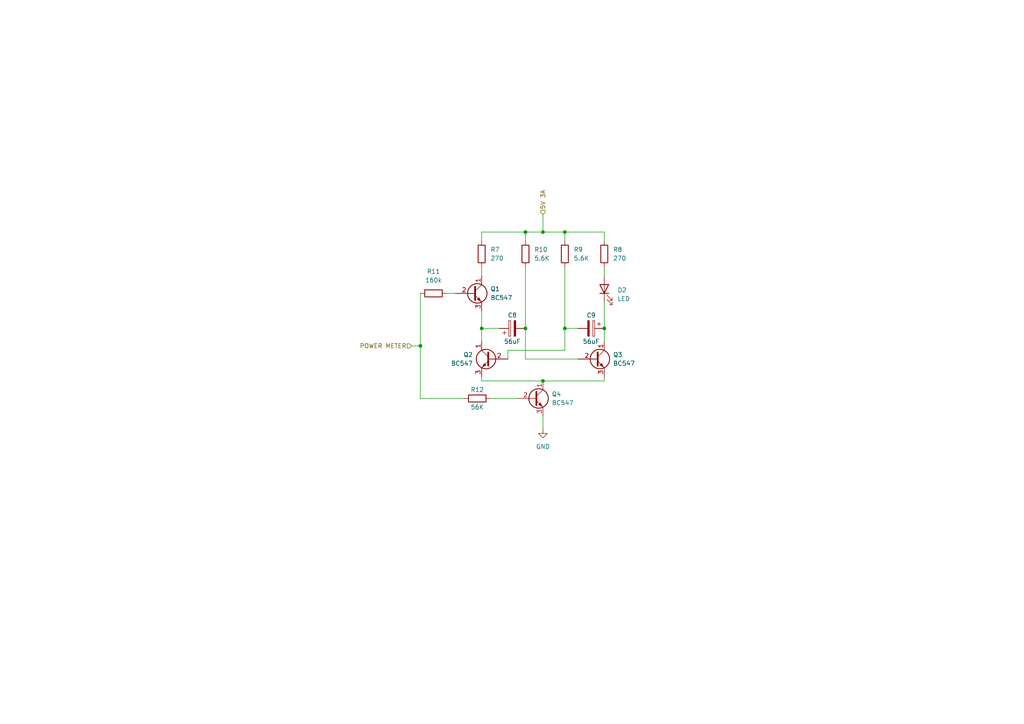
<source format=kicad_sch>
(kicad_sch (version 20211123) (generator eeschema)
  (paper "A4")
  (lib_symbols
    (symbol "Device:C_Polarized" (pin_numbers hide) (pin_names (offset 0.254))
      (property "Reference" "C" (at 0.635 2.54 0))
      (property "Value" "C_Polarized" (at 0.635 -2.54 0))
      (symbol "C_Polarized_0_1"
        (rectangle (start -2.286 0.508) (end 2.286 1.016))
        (polyline (pts (xy -1.778 2.286) (xy -0.762 2.286)))
        (polyline (pts (xy -1.27 2.794) (xy -1.27 1.778)))
        (rectangle (start 2.286 -0.508) (end -2.286 -1.016) (fill (type outline)))
      )
      (symbol "C_Polarized_1_1"
        (pin passive line (at 0 3.81 270) (length 2.794) (name "~") (number "1"))
        (pin passive line (at 0 -3.81 90) (length 2.794) (name "~") (number "2"))
      )
    )
    (symbol "Device:LED" (pin_numbers hide) (pin_names (offset 1.016) hide)
      (property "Reference" "D" (at 0 2.54 0))
      (property "Value" "LED" (at 0 -2.54 0))
      (symbol "LED_0_1"
        (polyline (pts (xy -1.27 -1.27) (xy -1.27 1.27)) (stroke (width 0.254)))
        (polyline (pts (xy -1.27 0) (xy 1.27 0)))
        (polyline (pts (xy 1.27 -1.27) (xy 1.27 1.27) (xy -1.27 0) (xy 1.27 -1.27)) (stroke (width 0.254)))
        (polyline (pts (xy -3.048 -0.762) (xy -4.572 -2.286) (xy -3.81 -2.286) (xy -4.572 -2.286) (xy -4.572 -1.524)))
        (polyline (pts (xy -1.778 -0.762) (xy -3.302 -2.286) (xy -2.54 -2.286) (xy -3.302 -2.286) (xy -3.302 -1.524)))
      )
      (symbol "LED_1_1"
        (pin passive line (at -3.81 0 0) (length 2.54) (name "K") (number "1"))
        (pin passive line (at 3.81 0 180) (length 2.54) (name "A") (number "2"))
      )
    )
    (symbol "Device:R" (pin_numbers hide) (pin_names (offset 0))
      (property "Reference" "R" (at 2.032 0 90))
      (property "Value" "R" (at 0 0 90))
      (symbol "R_0_1"
        (rectangle (start -1.016 -2.54) (end 1.016 2.54) (stroke (width 0.254)))
      )
      (symbol "R_1_1"
        (pin passive line (at 0 3.81 270) (length 1.27) (name "~") (number "1"))
        (pin passive line (at 0 -3.81 90) (length 1.27) (name "~") (number "2"))
      )
    )
    (symbol "Transistor_BJT:BC547" (pin_names (offset 0) hide)
      (property "Reference" "Q" (at 5.08 1.905 0))
      (property "Value" "BC547" (at 5.08 0 0))
      (symbol "BC547_0_1"
        (polyline (pts (xy 0 0) (xy 0.635 0)))
        (polyline (pts (xy 0.635 0.635) (xy 2.54 2.54)))
        (polyline (pts (xy 0.635 -0.635) (xy 2.54 -2.54) (xy 2.54 -2.54)))
        (polyline (pts (xy 0.635 1.905) (xy 0.635 -1.905) (xy 0.635 -1.905)) (stroke (width 0.508)))
        (polyline (pts (xy 1.27 -1.778) (xy 1.778 -1.27) (xy 2.286 -2.286) (xy 1.27 -1.778) (xy 1.27 -1.778)) (fill (type outline)))
        (circle (center 1.27 0) (radius 2.8194) (stroke (width 0.254)))
      )
      (symbol "BC547_1_1"
        (pin passive line (at 2.54 5.08 270) (length 2.54) (name "C") (number "1"))
        (pin input line (at -5.08 0 0) (length 5.08) (name "B") (number "2"))
        (pin passive line (at 2.54 -5.08 90) (length 2.54) (name "E") (number "3"))
      )
    )
    (symbol "power:GND" (power) (pin_names (offset 0))
      (property "Value" "GND" (at 0 -3.81 0))
      (symbol "GND_0_1"
        (polyline (pts (xy 0 0) (xy 0 -1.27) (xy 1.27 -1.27) (xy 0 -2.54) (xy -1.27 -1.27) (xy 0 -1.27)))
      )
      (symbol "GND_1_1"
        (pin power_in line (at 0 0 270) (length 0) hide (name "GND") (number "1"))
      )
    )
  )
  (junction (at 121.92 100.33))
  (junction (at 157.48 110.49))
  (junction (at 152.4 67.31))
  (junction (at 163.83 67.31))
  (junction (at 175.26 95.25))
  (junction (at 152.4 95.25))
  (junction (at 163.83 95.25))
  (junction (at 139.7 95.25))
  (junction (at 157.48 67.31))
  (wire (pts (xy 163.83 69.85) (xy 163.83 67.31)))
  (wire (pts (xy 152.4 67.31) (xy 152.4 69.85)))
  (wire (pts (xy 175.26 67.31) (xy 163.83 67.31)))
  (wire (pts (xy 139.7 77.47) (xy 139.7 80.01)))
  (wire (pts (xy 139.7 67.31) (xy 152.4 67.31)))
  (wire (pts (xy 157.48 67.31) (xy 152.4 67.31)))
  (wire (pts (xy 134.62 115.57) (xy 121.92 115.57)))
  (wire (pts (xy 163.83 95.25) (xy 163.83 101.6)))
  (wire (pts (xy 175.26 87.63) (xy 175.26 95.25)))
  (wire (pts (xy 175.26 95.25) (xy 175.26 99.06)))
  (wire (pts (xy 167.64 104.14) (xy 152.4 104.14)))
  (wire (pts (xy 157.48 110.49) (xy 175.26 110.49)))
  (wire (pts (xy 121.92 100.33) (xy 121.92 115.57)))
  (wire (pts (xy 152.4 104.14) (xy 152.4 95.25)))
  (wire (pts (xy 163.83 67.31) (xy 157.48 67.31)))
  (wire (pts (xy 139.7 109.22) (xy 139.7 110.49)))
  (wire (pts (xy 147.32 101.6) (xy 163.83 101.6)))
  (wire (pts (xy 139.7 90.17) (xy 139.7 95.25)))
  (wire (pts (xy 142.24 115.57) (xy 149.86 115.57)))
  (wire (pts (xy 139.7 69.85) (xy 139.7 67.31)))
  (wire (pts (xy 121.92 85.09) (xy 121.92 100.33)))
  (wire (pts (xy 175.26 110.49) (xy 175.26 109.22)))
  (wire (pts (xy 147.32 104.14) (xy 147.32 101.6)))
  (wire (pts (xy 175.26 77.47) (xy 175.26 80.01)))
  (wire (pts (xy 157.48 120.65) (xy 157.48 124.46)))
  (wire (pts (xy 157.48 62.23) (xy 157.48 67.31)))
  (wire (pts (xy 163.83 77.47) (xy 163.83 95.25)))
  (wire (pts (xy 139.7 110.49) (xy 157.48 110.49)))
  (wire (pts (xy 139.7 95.25) (xy 144.78 95.25)))
  (wire (pts (xy 163.83 95.25) (xy 167.64 95.25)))
  (wire (pts (xy 139.7 95.25) (xy 139.7 99.06)))
  (wire (pts (xy 129.54 85.09) (xy 132.08 85.09)))
  (wire (pts (xy 152.4 77.47) (xy 152.4 95.25)))
  (wire (pts (xy 175.26 69.85) (xy 175.26 67.31)))
  (wire (pts (xy 119.38 100.33) (xy 121.92 100.33)))
  (hierarchical_label "POWER METER" (shape input) (at 119.38 100.33 180))
  (hierarchical_label "5V 3A" (shape input) (at 157.48 62.23 90))
  (symbol (lib_id "Device:C_Polarized") (at 148.59 95.25 90) (unit 1)
    (property "Reference" "C8" (at 148.59 91.44 90))
    (property "Value" "56uF" (at 148.59 99.06 90))
    (property "Footprint" "Capacitor_SMD:CP_Elec_8x11.9" (effects hide))
  )
  (symbol (lib_id "Transistor_BJT:BC547") (at 137.16 85.09 0) (unit 1)
    (property "Reference" "Q1" (at 142.24 83.8199 0) (effects (justify left)))
    (property "Value" "BC547" (at 142.24 86.3599 0) (effects (justify left)))
    (property "Footprint" "Package_TO_SOT_THT:TO-92_Inline" (effects hide))
    (property "Datasheet" "https://www.onsemi.com/pub/Collateral/BC550-D.pdf" (effects hide))
  )
  (symbol (lib_id "Transistor_BJT:BC547") (at 154.94 115.57 0) (unit 1)
    (property "Reference" "Q4" (at 160.02 114.2999 0) (effects (justify left)))
    (property "Value" "BC547" (at 160.02 116.8399 0) (effects (justify left)))
    (property "Footprint" "Package_TO_SOT_THT:TO-92_Inline" (effects hide))
    (property "Datasheet" "https://www.onsemi.com/pub/Collateral/BC550-D.pdf" (effects hide))
  )
  (symbol (lib_id "Device:R") (at 139.7 73.66 0) (unit 1)
    (property "Reference" "R7" (at 142.24 72.3899 0) (effects (justify left)))
    (property "Value" "270" (at 142.24 74.9299 0) (effects (justify left)))
    (property "Footprint" "Resistor_SMD:R_1206_3216Metric" (effects hide))
  )
  (symbol (lib_id "Device:R") (at 175.26 73.66 0) (unit 1)
    (property "Reference" "R8" (at 177.8 72.3899 0) (effects (justify left)))
    (property "Value" "270" (at 177.8 74.9299 0) (effects (justify left)))
    (property "Footprint" "Resistor_SMD:R_1206_3216Metric" (effects hide))
  )
  (symbol (lib_id "Transistor_BJT:BC547") (at 172.72 104.14 0) (unit 1)
    (property "Reference" "Q3" (at 177.8 102.8699 0) (effects (justify left)))
    (property "Value" "BC547" (at 177.8 105.4099 0) (effects (justify left)))
    (property "Footprint" "Package_TO_SOT_THT:TO-92_Inline" (effects hide))
    (property "Datasheet" "https://www.onsemi.com/pub/Collateral/BC550-D.pdf" (effects hide))
  )
  (symbol (lib_id "Device:R") (at 138.43 115.57 90) (unit 1)
    (property "Reference" "R12" (at 138.43 113.03 90))
    (property "Value" "56K" (at 138.43 118.11 90))
    (property "Footprint" "Resistor_SMD:R_1206_3216Metric" (effects hide))
  )
  (symbol (lib_id "Device:C_Polarized") (at 171.45 95.25 270) (unit 1)
    (property "Reference" "C9" (at 171.45 91.44 90))
    (property "Value" "56uF" (at 171.45 99.06 90))
    (property "Footprint" "Capacitor_SMD:CP_Elec_8x11.9" (effects hide))
  )
  (symbol (lib_id "Transistor_BJT:BC547") (at 142.24 104.14 0) (mirror y) (unit 1)
    (property "Reference" "Q2" (at 137.16 102.8699 0) (effects (justify left)))
    (property "Value" "BC547" (at 137.16 105.4099 0) (effects (justify left)))
    (property "Footprint" "Package_TO_SOT_THT:TO-92_Inline" (effects hide))
    (property "Datasheet" "https://www.onsemi.com/pub/Collateral/BC550-D.pdf" (effects hide))
  )
  (symbol (lib_id "Device:LED") (at 175.26 83.82 90) (unit 1)
    (property "Reference" "D2" (at 179.07 84.1374 90) (effects (justify right)))
    (property "Value" "LED" (at 179.07 86.6774 90) (effects (justify right)))
    (property "Footprint" "LED_SMD:LED_0805_2012Metric" (effects hide))
  )
  (symbol (lib_id "Device:R") (at 163.83 73.66 0) (unit 1)
    (property "Reference" "R9" (at 166.37 72.3899 0) (effects (justify left)))
    (property "Value" "5.6K" (at 166.37 74.9299 0) (effects (justify left)))
    (property "Footprint" "Resistor_SMD:R_1206_3216Metric" (effects hide))
  )
  (symbol (lib_id "power:GND") (at 157.48 124.46 0) (unit 1)
    (property "Reference" "#PWR0113" (effects hide))
    (property "Value" "GND" (at 157.48 129.54 0))
  )
  (symbol (lib_id "Device:R") (at 152.4 73.66 0) (unit 1)
    (property "Reference" "R10" (at 154.94 72.3899 0) (effects (justify left)))
    (property "Value" "5.6K" (at 154.94 74.9299 0) (effects (justify left)))
    (property "Footprint" "Resistor_SMD:R_1206_3216Metric" (effects hide))
  )
  (symbol (lib_id "Device:R") (at 125.73 85.09 90) (unit 1)
    (property "Reference" "R11" (at 125.73 78.74 90))
    (property "Value" "160k" (at 125.73 81.28 90))
    (property "Footprint" "Resistor_SMD:R_1206_3216Metric" (effects hide))
  )
)
</source>
